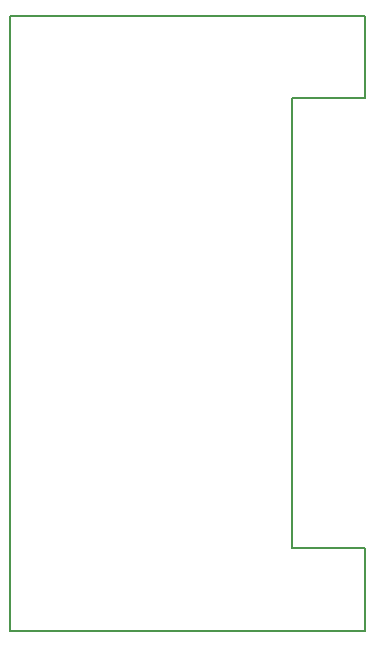
<source format=gm1>
%TF.GenerationSoftware,KiCad,Pcbnew,(5.1.9)-1*%
%TF.CreationDate,2021-12-31T02:05:01-06:00*%
%TF.ProjectId,BreadBoardPowerSupply,42726561-6442-46f6-9172-64506f776572,rev?*%
%TF.SameCoordinates,Original*%
%TF.FileFunction,Profile,NP*%
%FSLAX46Y46*%
G04 Gerber Fmt 4.6, Leading zero omitted, Abs format (unit mm)*
G04 Created by KiCad (PCBNEW (5.1.9)-1) date 2021-12-31 02:05:01*
%MOMM*%
%LPD*%
G01*
G04 APERTURE LIST*
%TA.AperFunction,Profile*%
%ADD10C,0.150000*%
%TD*%
G04 APERTURE END LIST*
D10*
X153416000Y-72517000D02*
X123317000Y-72517000D01*
X153416000Y-79502000D02*
X153416000Y-72517000D01*
X147193000Y-79502000D02*
X153416000Y-79502000D01*
X147193000Y-117602000D02*
X147193000Y-79502000D01*
X153416000Y-117602000D02*
X147193000Y-117602000D01*
X153416000Y-124587000D02*
X153416000Y-117602000D01*
X123317000Y-124587000D02*
X153416000Y-124587000D01*
X123317000Y-72517000D02*
X123317000Y-124587000D01*
M02*

</source>
